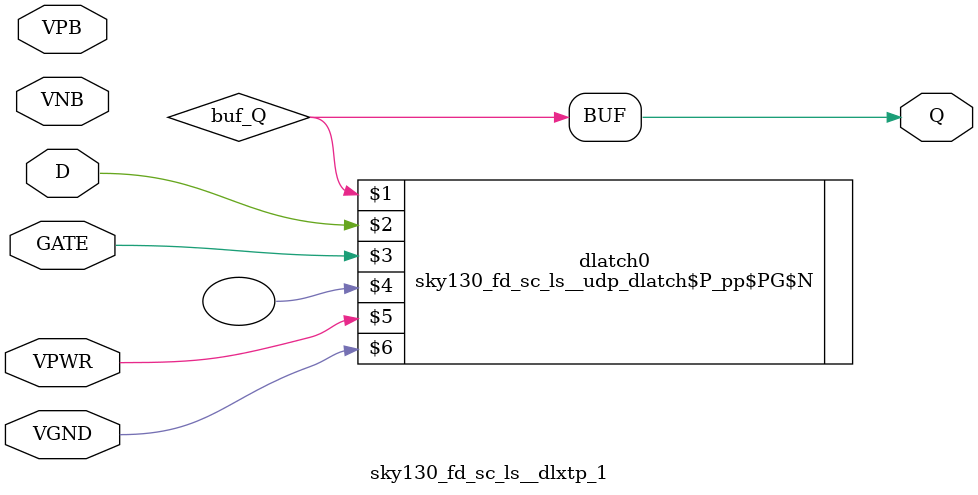
<source format=v>
/*
 * Copyright 2020 The SkyWater PDK Authors
 *
 * Licensed under the Apache License, Version 2.0 (the "License");
 * you may not use this file except in compliance with the License.
 * You may obtain a copy of the License at
 *
 *     https://www.apache.org/licenses/LICENSE-2.0
 *
 * Unless required by applicable law or agreed to in writing, software
 * distributed under the License is distributed on an "AS IS" BASIS,
 * WITHOUT WARRANTIES OR CONDITIONS OF ANY KIND, either express or implied.
 * See the License for the specific language governing permissions and
 * limitations under the License.
 *
 * SPDX-License-Identifier: Apache-2.0
*/


`ifndef SKY130_FD_SC_LS__DLXTP_1_FUNCTIONAL_PP_V
`define SKY130_FD_SC_LS__DLXTP_1_FUNCTIONAL_PP_V

/**
 * dlxtp: Delay latch, non-inverted enable, single output.
 *
 * Verilog simulation functional model.
 */

`timescale 1ns / 1ps
`default_nettype none

// Import user defined primitives.
`include "../../models/udp_dlatch_p_pp_pg_n/sky130_fd_sc_ls__udp_dlatch_p_pp_pg_n.v"

`celldefine
module sky130_fd_sc_ls__dlxtp_1 (
    Q   ,
    D   ,
    GATE,
    VPWR,
    VGND,
    VPB ,
    VNB
);

    // Module ports
    output Q   ;
    input  D   ;
    input  GATE;
    input  VPWR;
    input  VGND;
    input  VPB ;
    input  VNB ;

    // Local signals
    wire buf_Q;

    //                                    Name     Output  Other arguments
    sky130_fd_sc_ls__udp_dlatch$P_pp$PG$N dlatch0 (buf_Q , D, GATE, , VPWR, VGND);
    buf                                   buf0    (Q     , buf_Q                );

endmodule
`endcelldefine

`default_nettype wire
`endif  // SKY130_FD_SC_LS__DLXTP_1_FUNCTIONAL_PP_V

</source>
